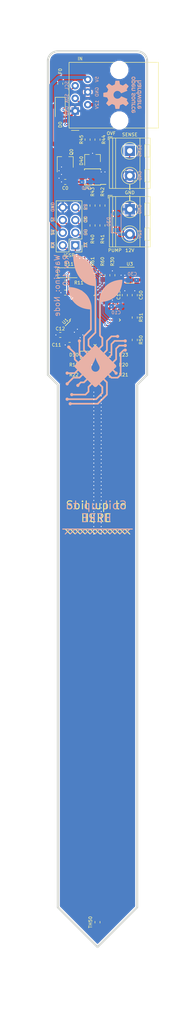
<source format=kicad_pcb>
(kicad_pcb (version 20171130) (host pcbnew 5.0.2+dfsg1-1)
  (layers (0 F.Cu signal) (31 B.Cu signal) (34 B.Paste user) (35 F.Paste user hide) (36 B.SilkS user) (37 F.SilkS user) (38 B.Mask user hide) (39 F.Mask user hide) (44 Edge.Cuts user))
  (net 0 "")
  (net 1 "Net-(J60-Pad1)")
  (net 2 GND)
  (net 3 SCL)
  (net 4 Vcc)
  (net 5 ~TEMP_EXC)
  (net 6 OVF_SENSE)
  (net 7 OVF_EN)
  (net 8 TEMP_SENSE)
  (net 9 "Net-(D40-Pad1)")
  (net 10 SCL_WIRE)
  (net 11 SDA_WIRE)
  (net 12 "Net-(D40-Pad2)")
  (net 13 "Net-(R43-Pad1)")
  (net 14 "Net-(R42-Pad1)")
  (net 15 SDA)
  (net 16 PUMP_EN)
  (net 17 "Net-(D10-Pad1)")
  (net 18 +12V)
  (net 19 "Net-(C30-Pad2)")
  (net 20 LED_EN)
  (net 21 MOSI)
  (net 22 MISO)
  (net 23 SCK)
  (net 24 "Net-(C10-Pad1)")
  (net 25 RST)
  (net 26 RX)
  (net 27 TX)
  (net 28 "Net-(U1-Pad32)")
  (net 29 Vin)
  (net 30 /Pump+)
  (net 31 /F_in)
  (net 32 "Net-(U1-Pad23)")
  (net 33 C_SENS_BOT)
  (net 34 "Net-(R21-Pad2)")
  (net 35 C_SENS_TOP)
  (net 36 C_SENS_TRK)
  (net 37 C_SENS_REF)
  (net 38 "Net-(R50-Pad2)")
  (net 39 "Net-(U1-Pad12)")
  (net 40 "Net-(U1-Pad14)")
  (net 41 "Net-(U1-Pad22)")
  (net 42 "Net-(U1-Pad2)")
  (net 43 "Net-(U1-Pad1)")
  (module emilibeda:OSH_7_3mm (layer B.Cu) (at -65 11.75 270)
    (fp_text reference A1 hide)
    (fp_text value ART hide)
  )
  (module emilibeda:waterino_small_12_3mm (layer B.Cu) (at -70.25 59 180)
    (fp_text reference A0 hide)
    (fp_text value ART hide)
  )
  (module Diode_SMD:D_SOD-123 (layer F.Cu) (at -75.75 47.5)
    (fp_text reference D11 (at 0 -1.75) (layer F.SilkS) (effects (font (size 0.65 0.65) (thickness 0.11))))
    (fp_text value D_RST)
    (pad 1 smd rect (at -1.65 0) (size 0.9 1.2) (layers F.Cu F.Paste F.Mask) (net 4 Vcc))
    (pad 2 smd rect (at 1.65 0) (size 0.9 1.2) (layers F.Cu F.Paste F.Mask) (net 25 RST))
  )
  (module Resistor_SMD:R_0603_1608Metric_Pad1.05x0.95mm_HandSolder (layer F.Cu) (at -76.5 49.5)
    (fp_text reference R11 (at 2.75 0) (layer F.SilkS) (effects (font (size 0.65 0.65) (thickness 0.11))))
    (fp_text value 1K)
    (pad 1 smd roundrect (at -0.875 0) (size 1.05 0.95) (layers F.Cu F.Paste F.Mask) (net 4 Vcc))
    (pad 2 smd roundrect (at 0.875 0) (size 1.05 0.95) (layers F.Cu F.Paste F.Mask) (net 25 RST))
  )
  (module Resistor_SMD:R_0603_1608Metric_Pad1.05x0.95mm_HandSolder (layer F.Cu) (at -71 48 90)
    (fp_text reference R61 (at 2.75 0 90) (layer F.SilkS) (effects (font (size 0.65 0.65) (thickness 0.11))))
    (fp_text value 1K)
    (pad 1 smd roundrect (at -0.875 0 90) (size 1.05 0.95) (layers F.Cu F.Paste F.Mask) (net 6 OVF_SENSE))
    (pad 2 smd roundrect (at 0.875 0 90) (size 1.05 0.95) (layers F.Cu F.Paste F.Mask) (net 1 "Net-(J60-Pad1)"))
  )
  (module Package_SO:TSSOP-8_3x3mm_P0.65mm (layer F.Cu) (at -71 28.25 180)
    (fp_text reference U4 (at 1.25 -2.25 180) (layer F.SilkS) (effects (font (size 0.65 0.65) (thickness 0.11))))
    (fp_text value P82B96)
    (pad 1 smd rect (at -2.15 -0.975 180) (size 1.1 0.4) (layers F.Cu F.Paste F.Mask) (net 14 "Net-(R42-Pad1)"))
    (pad 2 smd rect (at -2.15 -0.325 180) (size 1.1 0.4) (layers F.Cu F.Paste F.Mask) (net 12 "Net-(D40-Pad2)"))
    (pad 3 smd rect (at -2.15 0.325 180) (size 1.1 0.4) (layers F.Cu F.Paste F.Mask) (net 12 "Net-(D40-Pad2)"))
    (pad 4 smd rect (at -2.15 0.975 180) (size 1.1 0.4) (layers F.Cu F.Paste F.Mask) (net 2 GND))
    (pad 5 smd rect (at 2.15 0.975 180) (size 1.1 0.4) (layers F.Cu F.Paste F.Mask) (net 9 "Net-(D40-Pad1)"))
    (pad 6 smd rect (at 2.15 0.325 180) (size 1.1 0.4) (layers F.Cu F.Paste F.Mask) (net 9 "Net-(D40-Pad1)"))
    (pad 7 smd rect (at 2.15 -0.325 180) (size 1.1 0.4) (layers F.Cu F.Paste F.Mask) (net 13 "Net-(R43-Pad1)"))
    (pad 8 smd rect (at 2.15 -0.975 180) (size 1.1 0.4) (layers F.Cu F.Paste F.Mask) (net 4 Vcc))
  )
  (module Capacitor_SMD:C_0603_1608Metric_Pad1.05x0.95mm_HandSolder (layer F.Cu) (at -64.5 52 90)
    (fp_text reference C13 (at 0 -1.25 90) (layer F.SilkS) (effects (font (size 0.65 0.65) (thickness 0.11))))
    (fp_text value 100nF)
    (pad 2 smd roundrect (at 0.875 0 90) (size 1.05 0.95) (layers F.Cu F.Paste F.Mask) (net 2 GND))
    (pad 1 smd roundrect (at -0.875 0 90) (size 1.05 0.95) (layers F.Cu F.Paste F.Mask) (net 4 Vcc))
  )
  (module Capacitor_SMD:C_0603_1608Metric_Pad1.05x0.95mm_HandSolder (layer F.Cu) (at -76.5 51.5 180)
    (fp_text reference C14 (at -2.75 0 180) (layer F.SilkS) (effects (font (size 0.65 0.65) (thickness 0.11))))
    (fp_text value 100nF)
    (pad 1 smd roundrect (at -0.875 0 180) (size 1.05 0.95) (layers F.Cu F.Paste F.Mask) (net 25 RST))
    (pad 2 smd roundrect (at 0.875 0 180) (size 1.05 0.95) (layers F.Cu F.Paste F.Mask) (net 2 GND))
  )
  (module Capacitor_SMD:C_0603_1608Metric_Pad1.05x0.95mm_HandSolder (layer F.Cu) (at -62.5 52 90)
    (fp_text reference C50 (at 0 1.25 90) (layer F.SilkS) (effects (font (size 0.65 0.65) (thickness 0.11))))
    (fp_text value 100nF)
    (pad 2 smd roundrect (at 0.875 0 90) (size 1.05 0.95) (layers F.Cu F.Paste F.Mask) (net 2 GND))
    (pad 1 smd roundrect (at -0.875 0 90) (size 1.05 0.95) (layers F.Cu F.Paste F.Mask) (net 8 TEMP_SENSE))
  )
  (module Capacitor_SMD:C_0603_1608Metric_Pad1.05x0.95mm_HandSolder (layer B.Cu) (at -72.25 29.25)
    (fp_text reference C40 (at 0 1.25) (layer B.SilkS) (effects (font (size 0.65 0.65) (thickness 0.11)) (justify mirror)))
    (fp_text value 100nF)
    (pad 1 smd roundrect (at -0.875 0) (size 1.05 0.95) (layers B.Cu B.Paste B.Mask) (net 4 Vcc))
    (pad 2 smd roundrect (at 0.875 0) (size 1.05 0.95) (layers B.Cu B.Paste B.Mask) (net 2 GND))
  )
  (module Capacitor_SMD:C_0603_1608Metric_Pad1.05x0.95mm_HandSolder (layer B.Cu) (at -63 49)
    (fp_text reference C30 (at 0 -1.25) (layer B.SilkS) (effects (font (size 0.65 0.65) (thickness 0.11)) (justify mirror)))
    (fp_text value 100nF)
    (pad 2 smd roundrect (at 0.875 0) (size 1.05 0.95) (layers B.Cu B.Paste B.Mask) (net 19 "Net-(C30-Pad2)"))
    (pad 1 smd roundrect (at -0.875 0) (size 1.05 0.95) (layers B.Cu B.Paste B.Mask) (net 2 GND))
  )
  (module Capacitor_SMD:C_0603_1608Metric_Pad1.05x0.95mm_HandSolder (layer F.Cu) (at -77.5 60 180)
    (fp_text reference C12 (at 0 1.25) (layer F.SilkS) (effects (font (size 0.65 0.65) (thickness 0.11))))
    (fp_text value 100nF)
    (pad 2 smd roundrect (at 0.875 0 180) (size 1.05 0.95) (layers F.Cu F.Paste F.Mask) (net 2 GND))
    (pad 1 smd roundrect (at -0.875 0 180) (size 1.05 0.95) (layers F.Cu F.Paste F.Mask) (net 4 Vcc))
  )
  (module Capacitor_SMD:C_0603_1608Metric_Pad1.05x0.95mm_HandSolder (layer F.Cu) (at -75.625 62 180)
    (fp_text reference C11 (at 2.625 0) (layer F.SilkS) (effects (font (size 0.65 0.65) (thickness 0.11))))
    (fp_text value 100nF)
    (pad 1 smd roundrect (at -0.875 0 180) (size 1.05 0.95) (layers F.Cu F.Paste F.Mask) (net 4 Vcc))
    (pad 2 smd roundrect (at 0.875 0 180) (size 1.05 0.95) (layers F.Cu F.Paste F.Mask) (net 2 GND))
  )
  (module Capacitor_SMD:C_0603_1608Metric_Pad1.05x0.95mm_HandSolder (layer B.Cu) (at -66.25 54.25)
    (fp_text reference C10 (at 0 1.25) (layer B.SilkS) (effects (font (size 0.65 0.65) (thickness 0.11)) (justify mirror)))
    (fp_text value 100nF)
    (pad 2 smd roundrect (at 0.875 0) (size 1.05 0.95) (layers B.Cu B.Paste B.Mask) (net 2 GND))
    (pad 1 smd roundrect (at -0.875 0) (size 1.05 0.95) (layers B.Cu B.Paste B.Mask) (net 24 "Net-(C10-Pad1)"))
  )
  (module Capacitor_SMD:C_0603_1608Metric_Pad1.05x0.95mm_HandSolder (layer F.Cu) (at -76.5 29.25 180)
    (fp_text reference C0 (at 0 -1.25) (layer F.SilkS) (effects (font (size 0.65 0.65) (thickness 0.11))))
    (fp_text value 1uF)
    (pad 1 smd roundrect (at -0.875 0 180) (size 1.05 0.95) (layers F.Cu F.Paste F.Mask) (net 4 Vcc))
    (pad 2 smd roundrect (at 0.875 0 180) (size 1.05 0.95) (layers F.Cu F.Paste F.Mask) (net 2 GND))
  )
  (module Connector_PinHeader_2.54mm:PinHeader_2x04_P2.54mm_Vertical (layer F.Cu) (at -74.46 42 180)
    (fp_text reference J10 hide)
    (fp_text value ICSP (at 1.25 -2) (layer F.SilkS) (effects (font (size 0.65 0.65) (thickness 0.11))))
    (pad 1 thru_hole rect (at 0 0 180) (size 1.7 1.7) (drill 1) (layers *.Cu *.Mask) (net 27 TX))
    (pad 2 thru_hole oval (at 2.54 0 180) (size 1.7 1.7) (drill 1) (layers *.Cu *.Mask) (net 26 RX))
    (pad 3 thru_hole oval (at 0 2.54 180) (size 1.7 1.7) (drill 1) (layers *.Cu *.Mask) (net 22 MISO))
    (pad 4 thru_hole oval (at 2.54 2.54 180) (size 1.7 1.7) (drill 1) (layers *.Cu *.Mask) (net 29 Vin))
    (pad 5 thru_hole oval (at 0 5.08 180) (size 1.7 1.7) (drill 1) (layers *.Cu *.Mask) (net 23 SCK))
    (pad 6 thru_hole oval (at 2.54 5.08 180) (size 1.7 1.7) (drill 1) (layers *.Cu *.Mask) (net 21 MOSI))
    (pad 7 thru_hole oval (at 0 7.62 180) (size 1.7 1.7) (drill 1) (layers *.Cu *.Mask) (net 25 RST))
    (pad 8 thru_hole oval (at 2.54 7.62 180) (size 1.7 1.7) (drill 1) (layers *.Cu *.Mask) (net 2 GND))
  )
  (module Connector_RJ:RJ12_Amphenol_54601 (layer F.Cu) (at -74.5 15 90)
    (fp_text reference J1 hide)
    (fp_text value IN (at 10.5 1 180) (layer F.SilkS) (effects (font (size 0.65 0.65) (thickness 0.11))))
    (pad 1 thru_hole rect (at 0 0 90) (size 1.52 1.52) (drill 0.76) (layers *.Cu *.Mask) (net 2 GND))
    (pad "" np_thru_hole circle (at -1.91 8.89 90) (size 3.25 3.25) (drill 3.25) (layers *.Cu *.Mask))
    (pad 2 thru_hole circle (at 1.27 2.54 90) (size 1.52 1.52) (drill 0.76) (layers *.Cu *.Mask) (net 18 +12V))
    (pad 3 thru_hole circle (at 2.54 0 90) (size 1.52 1.52) (drill 0.76) (layers *.Cu *.Mask) (net 11 SDA_WIRE))
    (pad 4 thru_hole circle (at 3.81 2.54 90) (size 1.52 1.52) (drill 0.76) (layers *.Cu *.Mask) (net 2 GND))
    (pad 5 thru_hole circle (at 5.08 0 90) (size 1.52 1.52) (drill 0.76) (layers *.Cu *.Mask) (net 10 SCL_WIRE))
    (pad 6 thru_hole circle (at 6.35 2.54 90) (size 1.52 1.52) (drill 0.76) (layers *.Cu *.Mask) (net 29 Vin))
    (pad "" np_thru_hole circle (at 8.25 8.89 90) (size 3.25 3.25) (drill 3.25) (layers *.Cu *.Mask))
  )
  (module Diode_SMD:D_SOD-123 (layer F.Cu) (at -77.5 14.5 270)
    (fp_text reference D0 (at 3.25 0 270) (layer F.SilkS) (effects (font (size 0.65 0.65) (thickness 0.11))))
    (fp_text value BZT52C5V6)
    (pad 2 smd rect (at 1.65 0 270) (size 0.9 1.2) (layers F.Cu F.Paste F.Mask) (net 2 GND))
    (pad 1 smd rect (at -1.65 0 270) (size 0.9 1.2) (layers F.Cu F.Paste F.Mask) (net 31 /F_in))
  )
  (module Diode_SMD:D_SOD-123 (layer B.Cu) (at -66.25 37.25 90)
    (fp_text reference D30 (at 0 -1.5 90) (layer B.SilkS) (effects (font (size 0.65 0.65) (thickness 0.11)) (justify mirror)))
    (fp_text value D_FLYBACK)
    (pad 1 smd rect (at -1.65 0 90) (size 0.9 1.2) (layers B.Cu B.Paste B.Mask) (net 30 /Pump+))
    (pad 2 smd rect (at 1.65 0 90) (size 0.9 1.2) (layers B.Cu B.Paste B.Mask) (net 2 GND))
  )
  (module Fuse:Fuse_0603_1608Metric_Pad1.05x0.95mm_HandSolder (layer F.Cu) (at -77.5 9.5 270)
    (fp_text reference F0 (at -2.5 0 270) (layer F.SilkS) (effects (font (size 0.65 0.65) (thickness 0.11))))
    (fp_text value Fuse_Small)
    (pad 1 smd roundrect (at -0.875 0 270) (size 1.05 0.95) (layers F.Cu F.Paste F.Mask) (net 29 Vin))
    (pad 2 smd roundrect (at 0.875 0 270) (size 1.05 0.95) (layers F.Cu F.Paste F.Mask) (net 31 /F_in))
  )
  (module LED_SMD:LED_0603_1608Metric (layer F.Cu) (at -72 64)
    (fp_text reference D10 (at -2.75 0) (layer F.SilkS) (effects (font (size 0.65 0.65) (thickness 0.11))))
    (fp_text value LED)
    (pad 1 smd roundrect (at -0.7875 0) (size 0.875 0.95) (layers F.Cu F.Paste F.Mask) (net 17 "Net-(D10-Pad1)"))
    (pad 2 smd roundrect (at 0.7875 0) (size 0.875 0.95) (layers F.Cu F.Paste F.Mask) (net 20 LED_EN))
  )
  (module Package_QFP:TQFP-32_7x7mm_P0.8mm (layer F.Cu) (at -70.5 57 45)
    (fp_text reference U1 (at -4.419417 -4.065864 225) (layer F.SilkS) (effects (font (size 0.65 0.65) (thickness 0.11))))
    (fp_text value ATmega328P-AU)
    (pad 1 smd rect (at -4.25 -2.8 45) (size 1.6 0.55) (layers F.Cu F.Paste F.Mask) (net 43 "Net-(U1-Pad1)"))
    (pad 2 smd rect (at -4.25 -2 45) (size 1.6 0.55) (layers F.Cu F.Paste F.Mask) (net 42 "Net-(U1-Pad2)"))
    (pad 3 smd rect (at -4.25 -1.2 45) (size 1.6 0.55) (layers F.Cu F.Paste F.Mask) (net 2 GND))
    (pad 4 smd rect (at -4.25 -0.4 45) (size 1.6 0.55) (layers F.Cu F.Paste F.Mask) (net 4 Vcc))
    (pad 5 smd rect (at -4.25 0.4 45) (size 1.6 0.55) (layers F.Cu F.Paste F.Mask) (net 2 GND))
    (pad 6 smd rect (at -4.25 1.2 45) (size 1.6 0.55) (layers F.Cu F.Paste F.Mask) (net 4 Vcc))
    (pad 7 smd rect (at -4.25 2 45) (size 1.6 0.55) (layers F.Cu F.Paste F.Mask) (net 33 C_SENS_BOT))
    (pad 8 smd rect (at -4.25 2.8 45) (size 1.6 0.55) (layers F.Cu F.Paste F.Mask) (net 35 C_SENS_TOP))
    (pad 9 smd rect (at -2.8 4.25 135) (size 1.6 0.55) (layers F.Cu F.Paste F.Mask) (net 20 LED_EN))
    (pad 10 smd rect (at -2 4.25 135) (size 1.6 0.55) (layers F.Cu F.Paste F.Mask) (net 37 C_SENS_REF))
    (pad 11 smd rect (at -1.2 4.25 135) (size 1.6 0.55) (layers F.Cu F.Paste F.Mask) (net 36 C_SENS_TRK))
    (pad 12 smd rect (at -0.4 4.25 135) (size 1.6 0.55) (layers F.Cu F.Paste F.Mask) (net 39 "Net-(U1-Pad12)"))
    (pad 13 smd rect (at 0.4 4.25 135) (size 1.6 0.55) (layers F.Cu F.Paste F.Mask) (net 5 ~TEMP_EXC))
    (pad 14 smd rect (at 1.2 4.25 135) (size 1.6 0.55) (layers F.Cu F.Paste F.Mask) (net 40 "Net-(U1-Pad14)"))
    (pad 15 smd rect (at 2 4.25 135) (size 1.6 0.55) (layers F.Cu F.Paste F.Mask) (net 21 MOSI))
    (pad 16 smd rect (at 2.8 4.25 135) (size 1.6 0.55) (layers F.Cu F.Paste F.Mask) (net 22 MISO))
    (pad 17 smd rect (at 4.25 2.8 45) (size 1.6 0.55) (layers F.Cu F.Paste F.Mask) (net 23 SCK))
    (pad 18 smd rect (at 4.25 2 45) (size 1.6 0.55) (layers F.Cu F.Paste F.Mask) (net 4 Vcc))
    (pad 19 smd rect (at 4.25 1.2 45) (size 1.6 0.55) (layers F.Cu F.Paste F.Mask) (net 8 TEMP_SENSE))
    (pad 20 smd rect (at 4.25 0.4 45) (size 1.6 0.55) (layers F.Cu F.Paste F.Mask) (net 24 "Net-(C10-Pad1)"))
    (pad 21 smd rect (at 4.25 -0.4 45) (size 1.6 0.55) (layers F.Cu F.Paste F.Mask) (net 2 GND))
    (pad 22 smd rect (at 4.25 -1.2 45) (size 1.6 0.55) (layers F.Cu F.Paste F.Mask) (net 41 "Net-(U1-Pad22)"))
    (pad 23 smd rect (at 4.25 -2 45) (size 1.6 0.55) (layers F.Cu F.Paste F.Mask) (net 32 "Net-(U1-Pad23)"))
    (pad 24 smd rect (at 4.25 -2.8 45) (size 1.6 0.55) (layers F.Cu F.Paste F.Mask) (net 16 PUMP_EN))
    (pad 25 smd rect (at 2.8 -4.25 135) (size 1.6 0.55) (layers F.Cu F.Paste F.Mask) (net 7 OVF_EN))
    (pad 26 smd rect (at 2 -4.25 135) (size 1.6 0.55) (layers F.Cu F.Paste F.Mask) (net 6 OVF_SENSE))
    (pad 27 smd rect (at 1.2 -4.25 135) (size 1.6 0.55) (layers F.Cu F.Paste F.Mask) (net 15 SDA))
    (pad 28 smd rect (at 0.4 -4.25 135) (size 1.6 0.55) (layers F.Cu F.Paste F.Mask) (net 3 SCL))
    (pad 29 smd rect (at -0.4 -4.25 135) (size 1.6 0.55) (layers F.Cu F.Paste F.Mask) (net 25 RST))
    (pad 30 smd rect (at -1.2 -4.25 135) (size 1.6 0.55) (layers F.Cu F.Paste F.Mask) (net 26 RX))
    (pad 31 smd rect (at -2 -4.25 135) (size 1.6 0.55) (layers F.Cu F.Paste F.Mask) (net 27 TX))
    (pad 32 smd rect (at -2.8 -4.25 135) (size 1.6 0.55) (layers F.Cu F.Paste F.Mask) (net 28 "Net-(U1-Pad32)"))
  )
  (module Package_TO_SOT_SMD:SOT-23 (layer F.Cu) (at -71 24.5 90)
    (fp_text reference D40 (at -0.5 -2.25 90) (layer F.SilkS) (effects (font (size 0.65 0.65) (thickness 0.11))))
    (fp_text value BAT54A)
    (pad 1 smd rect (at -1 -0.95 90) (size 0.9 0.8) (layers F.Cu F.Paste F.Mask) (net 9 "Net-(D40-Pad1)"))
    (pad 2 smd rect (at -1 0.95 90) (size 0.9 0.8) (layers F.Cu F.Paste F.Mask) (net 12 "Net-(D40-Pad2)"))
    (pad 3 smd rect (at 1 0 90) (size 0.9 0.8) (layers F.Cu F.Paste F.Mask) (net 2 GND))
  )
  (module Package_TO_SOT_SMD:SOT-23-6_Handsoldering (layer F.Cu) (at -63.5 48)
    (fp_text reference U3 (at 0 -2.25 180) (layer F.SilkS) (effects (font (size 0.65 0.65) (thickness 0.11))))
    (fp_text value TPS22810)
    (pad 1 smd rect (at -1.35 -0.95) (size 1.56 0.65) (layers F.Cu F.Paste F.Mask) (net 18 +12V))
    (pad 2 smd rect (at -1.35 0) (size 1.56 0.65) (layers F.Cu F.Paste F.Mask) (net 2 GND))
    (pad 3 smd rect (at -1.35 0.95) (size 1.56 0.65) (layers F.Cu F.Paste F.Mask) (net 16 PUMP_EN))
    (pad 4 smd rect (at 1.35 0.95) (size 1.56 0.65) (layers F.Cu F.Paste F.Mask) (net 19 "Net-(C30-Pad2)"))
    (pad 6 smd rect (at 1.35 -0.95) (size 1.56 0.65) (layers F.Cu F.Paste F.Mask) (net 30 /Pump+))
    (pad 5 smd rect (at 1.35 0) (size 1.56 0.65) (layers F.Cu F.Paste F.Mask) (net 30 /Pump+))
  )
  (module Package_TO_SOT_SMD:SOT-23W_Handsoldering (layer F.Cu) (at -76.5 25.25 90)
    (fp_text reference Q0 (at 2 1.25 90) (layer F.SilkS) (effects (font (size 0.65 0.65) (thickness 0.11))))
    (fp_text value SI2323DS)
    (pad 1 smd rect (at -1.7 -0.95 90) (size 2 0.7) (layers F.Cu F.Paste F.Mask) (net 2 GND))
    (pad 2 smd rect (at -1.7 0.95 90) (size 2 0.7) (layers F.Cu F.Paste F.Mask) (net 4 Vcc))
    (pad 3 smd rect (at 1.7 0 90) (size 2 0.7) (layers F.Cu F.Paste F.Mask) (net 31 /F_in))
  )
  (module Resistor_SMD:R_0603_1608Metric_Pad1.05x0.95mm_HandSolder (layer F.Cu) (at -67.5 66)
    (fp_text reference R20 (at 2.75 0) (layer F.SilkS) (effects (font (size 0.65 0.65) (thickness 0.11))))
    (fp_text value 1K)
    (pad 1 smd roundrect (at -0.875 0) (size 1.05 0.95) (layers F.Cu F.Paste F.Mask) (net 35 C_SENS_TOP))
    (pad 2 smd roundrect (at 0.875 0) (size 1.05 0.95) (layers F.Cu F.Paste F.Mask) (net 37 C_SENS_REF))
  )
  (module Resistor_SMD:R_0603_1608Metric_Pad1.05x0.95mm_HandSolder (layer F.Cu) (at -72 66)
    (fp_text reference R12 (at -2.75 0) (layer F.SilkS) (effects (font (size 0.65 0.65) (thickness 0.11))))
    (fp_text value 1K)
    (pad 2 smd roundrect (at 0.875 0) (size 1.05 0.95) (layers F.Cu F.Paste F.Mask) (net 2 GND))
    (pad 1 smd roundrect (at -0.875 0) (size 1.05 0.95) (layers F.Cu F.Paste F.Mask) (net 17 "Net-(D10-Pad1)"))
  )
  (module Resistor_SMD:R_0603_1608Metric_Pad1.05x0.95mm_HandSolder (layer F.Cu) (at -67.5 64)
    (fp_text reference R23 (at 2.75 0) (layer F.SilkS) (effects (font (size 0.65 0.65) (thickness 0.11))))
    (fp_text value 100K)
    (pad 1 smd roundrect (at -0.875 0) (size 1.05 0.95) (layers F.Cu F.Paste F.Mask) (net 35 C_SENS_TOP))
    (pad 2 smd roundrect (at 0.875 0) (size 1.05 0.95) (layers F.Cu F.Paste F.Mask) (net 36 C_SENS_TRK))
  )
  (module Resistor_SMD:R_0603_1608Metric_Pad1.05x0.95mm_HandSolder (layer F.Cu) (at -67 48 90)
    (fp_text reference R30 (at 2.75 0 90) (layer F.SilkS) (effects (font (size 0.65 0.65) (thickness 0.11))))
    (fp_text value 100K)
    (pad 1 smd roundrect (at -0.875 0 90) (size 1.05 0.95) (layers F.Cu F.Paste F.Mask) (net 16 PUMP_EN))
    (pad 2 smd roundrect (at 0.875 0 90) (size 1.05 0.95) (layers F.Cu F.Paste F.Mask) (net 2 GND))
  )
  (module Resistor_SMD:R_0603_1608Metric_Pad1.05x0.95mm_HandSolder (layer F.Cu) (at -67.5 68 180)
    (fp_text reference R21 (at -2.75 0 180) (layer F.SilkS) (effects (font (size 0.65 0.65) (thickness 0.11))))
    (fp_text value 1K)
    (pad 1 smd roundrect (at -0.875 0 180) (size 1.05 0.95) (layers F.Cu F.Paste F.Mask) (net 37 C_SENS_REF))
    (pad 2 smd roundrect (at 0.875 0 180) (size 1.05 0.95) (layers F.Cu F.Paste F.Mask) (net 34 "Net-(R21-Pad2)"))
  )
  (module Resistor_SMD:R_0603_1608Metric_Pad1.05x0.95mm_HandSolder (layer F.Cu) (at -69 38 270)
    (fp_text reference R41 (at 2.75 0 270) (layer F.SilkS) (effects (font (size 0.65 0.65) (thickness 0.11))))
    (fp_text value 10K)
    (pad 2 smd roundrect (at 0.875 0 270) (size 1.05 0.95) (layers F.Cu F.Paste F.Mask) (net 4 Vcc))
    (pad 1 smd roundrect (at -0.875 0 270) (size 1.05 0.95) (layers F.Cu F.Paste F.Mask) (net 15 SDA))
  )
  (module Resistor_SMD:R_0603_1608Metric_Pad1.05x0.95mm_HandSolder (layer F.Cu) (at -69 34 270)
    (fp_text reference R42 (at -2.75 0 270) (layer F.SilkS) (effects (font (size 0.65 0.65) (thickness 0.11))))
    (fp_text value 1K)
    (pad 1 smd roundrect (at -0.875 0 270) (size 1.05 0.95) (layers F.Cu F.Paste F.Mask) (net 14 "Net-(R42-Pad1)"))
    (pad 2 smd roundrect (at 0.875 0 270) (size 1.05 0.95) (layers F.Cu F.Paste F.Mask) (net 15 SDA))
  )
  (module Resistor_SMD:R_0603_1608Metric_Pad1.05x0.95mm_HandSolder (layer F.Cu) (at -71 34 270)
    (fp_text reference R43 (at -2.75 0 90) (layer F.SilkS) (effects (font (size 0.65 0.65) (thickness 0.11))))
    (fp_text value 1K)
    (pad 2 smd roundrect (at 0.875 0 270) (size 1.05 0.95) (layers F.Cu F.Paste F.Mask) (net 3 SCL))
    (pad 1 smd roundrect (at -0.875 0 270) (size 1.05 0.95) (layers F.Cu F.Paste F.Mask) (net 13 "Net-(R43-Pad1)"))
  )
  (module Resistor_SMD:R_0603_1608Metric_Pad1.05x0.95mm_HandSolder (layer F.Cu) (at -70 20.75 270)
    (fp_text reference R44 (at 0 -1.25 270) (layer F.SilkS) (effects (font (size 0.65 0.65) (thickness 0.11))))
    (fp_text value TBD)
    (pad 1 smd roundrect (at -0.875 0 270) (size 1.05 0.95) (layers F.Cu F.Paste F.Mask) (net 11 SDA_WIRE))
    (pad 2 smd roundrect (at 0.875 0 270) (size 1.05 0.95) (layers F.Cu F.Paste F.Mask) (net 12 "Net-(D40-Pad2)"))
  )
  (module Resistor_SMD:R_0603_1608Metric_Pad1.05x0.95mm_HandSolder (layer F.Cu) (at -72 20.75 270)
    (fp_text reference R45 (at 0 1.25 270) (layer F.SilkS) (effects (font (size 0.65 0.65) (thickness 0.11))))
    (fp_text value TBD)
    (pad 2 smd roundrect (at 0.875 0 270) (size 1.05 0.95) (layers F.Cu F.Paste F.Mask) (net 9 "Net-(D40-Pad1)"))
    (pad 1 smd roundrect (at -0.875 0 270) (size 1.05 0.95) (layers F.Cu F.Paste F.Mask) (net 10 SCL_WIRE))
  )
  (module Resistor_SMD:R_0603_1608Metric_Pad1.05x0.95mm_HandSolder (layer F.Cu) (at -62.5 61 90)
    (fp_text reference R50 (at 0 1.25 90) (layer F.SilkS) (effects (font (size 0.65 0.65) (thickness 0.11))))
    (fp_text value 10K)
    (pad 1 smd roundrect (at -0.875 0 90) (size 1.05 0.95) (layers F.Cu F.Paste F.Mask) (net 4 Vcc))
    (pad 2 smd roundrect (at 0.875 0 90) (size 1.05 0.95) (layers F.Cu F.Paste F.Mask) (net 38 "Net-(R50-Pad2)"))
  )
  (module Resistor_SMD:R_0603_1608Metric_Pad1.05x0.95mm_HandSolder (layer F.Cu) (at -62.5 56.5 270)
    (fp_text reference R51 (at 0 -1.25 270) (layer F.SilkS) (effects (font (size 0.65 0.65) (thickness 0.11))))
    (fp_text value 100K)
    (pad 2 smd roundrect (at 0.875 0 270) (size 1.05 0.95) (layers F.Cu F.Paste F.Mask) (net 38 "Net-(R50-Pad2)"))
    (pad 1 smd roundrect (at -0.875 0 270) (size 1.05 0.95) (layers F.Cu F.Paste F.Mask) (net 8 TEMP_SENSE))
  )
  (module Resistor_SMD:R_0603_1608Metric_Pad1.05x0.95mm_HandSolder (layer F.Cu) (at -69 48 90)
    (fp_text reference R60 (at 2.75 0 90) (layer F.SilkS) (effects (font (size 0.65 0.65) (thickness 0.11))))
    (fp_text value 51K)
    (pad 1 smd roundrect (at -0.875 0 90) (size 1.05 0.95) (layers F.Cu F.Paste F.Mask) (net 7 OVF_EN))
    (pad 2 smd roundrect (at 0.875 0 90) (size 1.05 0.95) (layers F.Cu F.Paste F.Mask) (net 1 "Net-(J60-Pad1)"))
  )
  (module Resistor_SMD:R_0603_1608Metric_Pad1.05x0.95mm_HandSolder (layer F.Cu) (at -70 178 90)
    (fp_text reference TH50 (at 0 -1.43 90) (layer F.SilkS) (effects (font (size 0.65 0.65) (thickness 0.11))))
    (fp_text value "10K (4067K)")
    (pad 1 smd roundrect (at -0.875 0 90) (size 1.05 0.95) (layers F.Cu F.Paste F.Mask) (net 38 "Net-(R50-Pad2)"))
    (pad 2 smd roundrect (at 0.875 0 90) (size 1.05 0.95) (layers F.Cu F.Paste F.Mask) (net 5 ~TEMP_EXC))
  )
  (module Resistor_SMD:R_0603_1608Metric_Pad1.05x0.95mm_HandSolder (layer F.Cu) (at -72 68 180)
    (fp_text reference R22 (at 2.75 0 180) (layer F.SilkS) (effects (font (size 0.65 0.65) (thickness 0.11))))
    (fp_text value 1K)
    (pad 2 smd roundrect (at 0.875 0 180) (size 1.05 0.95) (layers F.Cu F.Paste F.Mask) (net 33 C_SENS_BOT))
    (pad 1 smd roundrect (at -0.875 0 180) (size 1.05 0.95) (layers F.Cu F.Paste F.Mask) (net 34 "Net-(R21-Pad2)"))
  )
  (module Resistor_SMD:R_0603_1608Metric_Pad1.05x0.95mm_HandSolder (layer F.Cu) (at -71 38 270)
    (fp_text reference R40 (at 2.75 0 270) (layer F.SilkS) (effects (font (size 0.65 0.65) (thickness 0.11))))
    (fp_text value 10K)
    (pad 1 smd roundrect (at -0.875 0 270) (size 1.05 0.95) (layers F.Cu F.Paste F.Mask) (net 3 SCL))
    (pad 2 smd roundrect (at 0.875 0 270) (size 1.05 0.95) (layers F.Cu F.Paste F.Mask) (net 4 Vcc))
  )
  (module TerminalBlock_RND:TerminalBlock_RND_205-00045_1x02_P5.00mm_Horizontal (layer F.Cu) (at -63.5 34.75 270)
    (fp_text reference J30 hide)
    (fp_text value PUMP (at 8.25 3) (layer F.SilkS) (effects (font (size 0.65 0.65) (thickness 0.11))))
    (pad 2 thru_hole circle (at 5 0 270) (size 2.1 2.1) (drill 1.1) (layers *.Cu *.Mask) (net 30 /Pump+))
    (pad 1 thru_hole rect (at 0 0 270) (size 2.1 2.1) (drill 1.1) (layers *.Cu *.Mask) (net 2 GND))
  )
  (module TerminalBlock_RND:TerminalBlock_RND_205-00045_1x02_P5.00mm_Horizontal (layer F.Cu) (at -63.5 23 270)
    (fp_text reference J60 hide)
    (fp_text value OVF (at -3.5 3.75) (layer F.SilkS) (effects (font (size 0.65 0.65) (thickness 0.11))))
    (pad 1 thru_hole rect (at 0 0 270) (size 2.1 2.1) (drill 1.1) (layers *.Cu *.Mask) (net 1 "Net-(J60-Pad1)"))
    (pad 2 thru_hole circle (at 5 0 270) (size 2.1 2.1) (drill 1.1) (layers *.Cu *.Mask) (net 2 GND))
  )
  (gr_text SENS (at -61.5 23 90) (layer B.SilkS) (effects (font (size 0.65 0.65) (thickness 0.11)) (justify mirror)))
  (gr_text 12V (at -61.5 39.75 90) (layer B.SilkS) (effects (font (size 0.65 0.65) (thickness 0.11)) (justify mirror)))
  (gr_text GND (at -61.468 28 90) (layer B.SilkS) (effects (font (size 0.65 0.65) (thickness 0.11)) (justify mirror)))
  (gr_text GND (at -61.5 34.75 90) (layer B.SilkS) (effects (font (size 0.65 0.65) (thickness 0.11)) (justify mirror)))
  (gr_text TX (at -72.39 41.91 90) (layer B.SilkS) (effects (font (size 0.65 0.65) (thickness 0.11)) (justify mirror)))
  (gr_text RS (at -72.39 34.29 90) (layer B.SilkS) (effects (font (size 0.65 0.65) (thickness 0.11)) (justify mirror)))
  (gr_text SI (at -78.994 36.770746 90) (layer B.SilkS) (effects (font (size 0.65 0.65) (thickness 0.11)) (justify mirror)))
  (gr_text SO (at -72.39 39.37 90) (layer B.SilkS) (effects (font (size 0.65 0.65) (thickness 0.11)) (justify mirror)))
  (gr_text CK (at -72.39 36.720096 90) (layer B.SilkS) (effects (font (size 0.65 0.65) (thickness 0.11)) (justify mirror)))
  (gr_text GND (at -78.994 34.29 90) (layer B.SilkS) (effects (font (size 0.65 0.65) (thickness 0.11)) (justify mirror)))
  (gr_text 5V (at -78.994 39.37 90) (layer B.SilkS) (effects (font (size 0.65 0.65) (thickness 0.11)) (justify mirror)))
  (gr_text "RX\n" (at -78.994 41.91 90) (layer B.SilkS) (effects (font (size 0.65 0.65) (thickness 0.11)) (justify mirror)))
  (gr_text SCL (at -76.2 9.906 90) (layer B.SilkS) (effects (font (size 0.65 0.65) (thickness 0.11)) (justify mirror)))
  (gr_text SDA (at -76.2 12.446 90) (layer B.SilkS) (effects (font (size 0.65 0.65) (thickness 0.11)) (justify mirror)))
  (gr_text GND (at -76.2 14.986 90) (layer B.SilkS) (effects (font (size 0.65 0.65) (thickness 0.11)) (justify mirror)))
  (gr_text 12V (at -70.104 13.716 90) (layer B.SilkS) (effects (font (size 0.65 0.65) (thickness 0.11)) (justify mirror)))
  (gr_text GND (at -70.104 11.176 90) (layer B.SilkS) (effects (font (size 0.65 0.65) (thickness 0.11)) (justify mirror)))
  (gr_text 5V (at -70.104 8.636 90) (layer B.SilkS) (effects (font (size 0.65 0.65) (thickness 0.11)) (justify mirror)))
  (gr_text "Soil up to\nHERE" (at -70.25 95.5) (layer B.SilkS) (effects (font (size 1.6 1.6) (thickness 0.2)) (justify mirror)))
  (gr_text "Soil up to\nHERE" (at -70.25 95.5) (layer F.SilkS) (effects (font (size 1.6 1.6) (thickness 0.2))))
  (gr_line (start -63.5 99) (end -64.5 100) (layer B.SilkS) (width 0.2))
  (gr_line (start -64.5 99) (end -65.5 100) (layer B.SilkS) (width 0.2))
  (gr_line (start -65.5 99) (end -66.5 100) (layer B.SilkS) (width 0.2))
  (gr_line (start -66.5 99) (end -67.5 100) (layer B.SilkS) (width 0.2))
  (gr_line (start -67.5 99) (end -68.5 100) (layer B.SilkS) (width 0.2))
  (gr_line (start -68.5 99) (end -69.5 100) (layer B.SilkS) (width 0.2))
  (gr_line (start -69.5 99) (end -70.5 100) (layer B.SilkS) (width 0.2))
  (gr_line (start -70.5 99) (end -71.5 100) (layer B.SilkS) (width 0.2))
  (gr_line (start -71.5 99) (end -72.5 100) (layer B.SilkS) (width 0.2))
  (gr_line (start -77 99) (end -63 99) (layer B.SilkS) (width 0.2))
  (gr_line (start -75.5 99) (end -76.5 100) (layer B.SilkS) (width 0.2))
  (gr_line (start -74.5 99) (end -75.5 100) (layer B.SilkS) (width 0.2))
  (gr_line (start -73.5 99) (end -74.5 100) (layer B.SilkS) (width 0.2))
  (gr_line (start -72.5 99) (end -73.5 100) (layer B.SilkS) (width 0.2))
  (gr_line (start -63.5 32) (end -63.5 33) (layer F.SilkS) (width 0.2))
  (gr_line (start -63.5 29.75) (end -63.5 30.8) (layer F.SilkS) (width 0.2))
  (gr_text SENSE (at -63.5 19.75) (layer F.SilkS) (effects (font (size 0.65 0.65) (thickness 0.11))))
  (gr_text 12V (at -63.5 43) (layer F.SilkS) (effects (font (size 0.65 0.65) (thickness 0.11))))
  (gr_text GND (at -63.5 31.4) (layer F.SilkS) (effects (font (size 0.65 0.65) (thickness 0.11))))
  (gr_text "Waterino: Node\nRev 1.0" (at -77.25 43.75 90) (layer B.SilkS) (effects (font (size 1.1 1.1)) (justify left mirror)))
  (gr_line (start -76.5 99) (end -75.5 100) (layer F.SilkS) (width 0.2))
  (gr_line (start -75.5 99) (end -74.5 100) (layer F.SilkS) (width 0.2))
  (gr_line (start -64.5 99) (end -63.5 100) (layer F.SilkS) (width 0.2))
  (gr_line (start -65.5 99) (end -64.5 100) (layer F.SilkS) (width 0.2))
  (gr_line (start -66.5 99) (end -65.5 100) (layer F.SilkS) (width 0.2))
  (gr_line (start -67.5 99) (end -66.5 100) (layer F.SilkS) (width 0.2))
  (gr_line (start -68.5 99) (end -67.5 100) (layer F.SilkS) (width 0.2))
  (gr_line (start -69.5 99) (end -68.5 100) (layer F.SilkS) (width 0.2))
  (gr_line (start -70.5 99) (end -69.5 100) (layer F.SilkS) (width 0.2))
  (gr_line (start -71.5 99) (end -70.5 100) (layer F.SilkS) (width 0.2))
  (gr_line (start -72.5 99) (end -71.5 100) (layer F.SilkS) (width 0.2))
  (gr_line (start -73.5 99) (end -72.5 100) (layer F.SilkS) (width 0.2))
  (gr_line (start -74.5 99) (end -73.5 100) (layer F.SilkS) (width 0.2))
  (gr_line (start -62 70) (end -60 68) (layer Edge.Cuts) (width 0.4))
  (gr_line (start -62 70) (end -62 175) (layer Edge.Cuts) (width 0.4))
  (gr_line (start -70 183) (end -62 175) (layer Edge.Cuts) (width 0.4))
  (gr_line (start -78 175) (end -70 183) (layer Edge.Cuts) (width 0.4))
  (gr_line (start -78 70) (end -78 175) (layer Edge.Cuts) (width 0.4))
  (gr_line (start -80 68) (end -78 70) (layer Edge.Cuts) (width 0.4))
  (gr_text CK (at -72.39 36.83 90) (layer F.SilkS) (effects (font (size 0.65 0.65) (thickness 0.11))))
  (gr_text SO (at -72.39 39.37 90) (layer F.SilkS) (effects (font (size 0.65 0.65) (thickness 0.11))))
  (gr_text SI (at -79 36.83 90) (layer F.SilkS) (effects (font (size 0.65 0.65) (thickness 0.11))))
  (gr_text RS (at -72.39 34.29 90) (layer F.SilkS) (effects (font (size 0.65 0.65) (thickness 0.11))))
  (gr_text TX (at -72.39 41.91 90) (layer F.SilkS) (effects (font (size 0.65 0.65) (thickness 0.11))))
  (gr_text "RX\n" (at -79 42 90) (layer F.SilkS) (effects (font (size 0.65 0.65) (thickness 0.11))))
  (gr_text 5V (at -79 39.37 90) (layer F.SilkS) (effects (font (size 0.65 0.65) (thickness 0.11))))
  (gr_text GND (at -79 34.29 90) (layer F.SilkS) (effects (font (size 0.65 0.65) (thickness 0.11))))
  (gr_line (start -80 5) (end -80 68) (layer Edge.Cuts) (width 0.4))
  (gr_line (start -60 5) (end -60 68) (layer Edge.Cuts) (width 0.4))
  (gr_line (start -62 3) (end -78 3) (layer Edge.Cuts) (width 0.4))
  (gr_arc (start -78 5) (end -78 3) (angle -90) (layer Edge.Cuts) (width 0.4))
  (gr_arc (start -62 5) (end -60 5) (angle -90) (layer Edge.Cuts) (width 0.4))
  (gr_line (start -63 99) (end -77 99) (layer F.SilkS) (width 0.2))
  (via (at -74.05 58.85) (size 0.5) (drill 0.2) (layers F.Cu B.Cu) (net 2))
  (via (at -74.65 59.45) (size 0.5) (drill 0.2) (layers F.Cu B.Cu) (net 2))
  (via (at -73.5 60.55) (size 0.5) (drill 0.2) (layers F.Cu B.Cu) (net 2))
  (via (at -72.95 60) (size 0.5) (drill 0.2) (layers F.Cu B.Cu) (net 2))
  (via (at -64.5 48) (size 0.5) (drill 0.2) (layers F.Cu B.Cu) (net 2))
  (via (at -65.25 48) (size 0.5) (drill 0.2) (layers F.Cu B.Cu) (net 2))
  (via (at -69.25 27.25) (size 0.5) (drill 0.2) (layers F.Cu B.Cu) (net 2))
  (via (at -68.5 27.25) (size 0.5) (drill 0.2) (layers F.Cu B.Cu) (net 2))
  (via (at -77.25 29.25) (size 0.6) (drill 0.2) (layers F.Cu B.Cu) (net 2))
  (via (at -77.25 27.75) (size 0.6) (drill 0.2) (layers F.Cu B.Cu) (net 2))
  (via (at -77.75 27) (size 0.6) (drill 0.2) (layers F.Cu B.Cu) (net 2))
  (via (at -77.25 26.25) (size 0.6) (drill 0.2) (layers F.Cu B.Cu) (net 2))
  (segment (start -67 27.68) (end -67 45.125) (width 0.2) (layer F.Cu) (net 1))
  (segment (start -63.5 23) (end -63.5 24.18) (width 0.2) (layer F.Cu) (net 1))
  (segment (start -63.5 24.18) (end -67 27.68) (width 0.2) (layer F.Cu) (net 1))
  (segment (start -71 47.125) (end -69 47.125) (width 0.2) (layer F.Cu) (net 1))
  (segment (start -69 47.125) (end -67 45.125) (width 0.2) (layer F.Cu) (net 1))
  (via (at -71.125 66) (size 0.6) (drill 0.2) (layers F.Cu B.Cu) (net 2))
  (via (at -62.5 51.125) (size 0.6) (drill 0.2) (layers F.Cu B.Cu) (net 2))
  (via (at -67 47.125) (size 0.6) (drill 0.2) (layers F.Cu B.Cu) (net 2))
  (via (at -71 23.5) (size 0.6) (drill 0.2) (layers F.Cu B.Cu) (net 2))
  (via (at -76.5 62) (size 0.6) (drill 0.2) (layers F.Cu B.Cu) (net 2))
  (via (at -78.375 60) (size 0.6) (drill 0.2) (layers F.Cu B.Cu) (net 2))
  (via (at -77.375 51.5) (size 0.6) (drill 0.2) (layers F.Cu B.Cu) (net 2))
  (via (at -64.5 51.125) (size 0.6) (drill 0.2) (layers F.Cu B.Cu) (net 2))
  (segment (start -77.5 16.15) (end -75.508796 16.15) (width 0.4) (layer F.Cu) (net 2))
  (segment (start -74.5 15.141204) (end -74.5 15) (width 0.4) (layer F.Cu) (net 2))
  (segment (start -75.508796 16.15) (end -74.5 15.141204) (width 0.4) (layer F.Cu) (net 2))
  (segment (start -67.777639 53.711953) (end -67.711953 53.711953) (width 0.4) (layer F.Cu) (net 2))
  (via (at -67 53) (size 0.6) (drill 0.2) (layers F.Cu B.Cu) (net 2))
  (segment (start -67.711953 53.711953) (end -67 53) (width 0.4) (layer F.Cu) (net 2))
  (via (at -70.75 71.5) (size 0.6) (drill 0.2) (layers F.Cu B.Cu) (net 2))
  (via (at -70.75 72.25) (size 0.6) (drill 0.2) (layers F.Cu B.Cu) (net 2))
  (via (at -70.75 73) (size 0.6) (drill 0.2) (layers F.Cu B.Cu) (net 2))
  (via (at -70.75 73.75) (size 0.6) (drill 0.2) (layers F.Cu B.Cu) (net 2))
  (via (at -70.75 75.25) (size 0.6) (drill 0.2) (layers F.Cu B.Cu) (net 2))
  (via (at -70.75 76) (size 0.6) (drill 0.2) (layers F.Cu B.Cu) (net 2))
  (via (at -70.75 74.5) (size 0.6) (drill 0.2) (layers F.Cu B.Cu) (net 2))
  (via (at -70.75 76.75) (size 0.6) (drill 0.2) (layers F.Cu B.Cu) (net 2))
  (via (at -70.75 78.25) (size 0.6) (drill 0.2) (layers F.Cu B.Cu) (net 2))
  (via (at -70.75 82) (size 0.6) (drill 0.2) (layers F.Cu B.Cu) (net 2))
  (via (at -70.75 79) (size 0.6) (drill 0.2) (layers F.Cu B.Cu) (net 2))
  (via (at -70.75 82.75) (size 0.6) (drill 0.2) (layers F.Cu B.Cu) (net 2))
  (via (at -70.75 81.25) (size 0.6) (drill 0.2) (layers F.Cu B.Cu) (net 2))
  (via (at -70.75 80.5) (size 0.6) (drill 0.2) (layers F.Cu B.Cu) (net 2))
  (via (at -70.75 77.5) (size 0.6) (drill 0.2) (layers F.Cu B.Cu) (net 2))
  (via (at -70.75 79.75) (size 0.6) (drill 0.2) (layers F.Cu B.Cu) (net 2))
  (via (at -70.75 91) (size 0.6) (drill 0.2) (layers F.Cu B.Cu) (net 2))
  (via (at -70.75 84.25) (size 0.6) (drill 0.2) (layers F.Cu B.Cu) (net 2))
  (via (at -70.75 88) (size 0.6) (drill 0.2) (layers F.Cu B.Cu) (net 2))
  (via (at -70.75 92.5) (size 0.6) (drill 0.2) (layers F.Cu B.Cu) (net 2))
  (via (at -70.75 94.75) (size 0.6) (drill 0.2) (layers F.Cu B.Cu) (net 2))
  (via (at -70.75 85) (size 0.6) (drill 0.2) (layers F.Cu B.Cu) (net 2))
  (via (at -70.75 90.25) (size 0.6) (drill 0.2) (layers F.Cu B.Cu) (net 2))
  (via (at -70.75 93.25) (size 0.6) (drill 0.2) (layers F.Cu B.Cu) (net 2))
  (via (at -70.75 88.75) (size 0.6) (drill 0.2) (layers F.Cu B.Cu) (net 2))
  (via (at -70.75 94) (size 0.6) (drill 0.2) (layers F.Cu B.Cu) (net 2))
  (via (at -70.75 87.25) (size 0.6) (drill 0.2) (layers F.Cu B.Cu) (net 2))
  (via (at -70.75 86.5) (size 0.6) (drill 0.2) (layers F.Cu B.Cu) (net 2))
  (via (at -70.75 91.75) (size 0.6) (drill 0.2) (layers F.Cu B.Cu) (net 2))
  (via (at -70.75 89.5) (size 0.6) (drill 0.2) (layers F.Cu B.Cu) (net 2))
  (via (at -70.75 83.5) (size 0.6) (drill 0.2) (layers F.Cu B.Cu) (net 2))
  (via (at -70.75 85.75) (size 0.6) (drill 0.2) (layers F.Cu B.Cu) (net 2))
  (via (at -70.75 97) (size 0.6) (drill 0.2) (layers F.Cu B.Cu) (net 2))
  (via (at -70.75 98.5) (size 0.6) (drill 0.2) (layers F.Cu B.Cu) (net 2))
  (via (at -70.75 95.5) (size 0.6) (drill 0.2) (layers F.Cu B.Cu) (net 2))
  (via (at -70.75 97.75) (size 0.6) (drill 0.2) (layers F.Cu B.Cu) (net 2))
  (via (at -70.75 96.25) (size 0.6) (drill 0.2) (layers F.Cu B.Cu) (net 2))
  (via (at -70.75 99.25) (size 0.6) (drill 0.2) (layers F.Cu B.Cu) (net 2))
  (via (at -70.75 100) (size 0.6) (drill 0.2) (layers F.Cu B.Cu) (net 2))
  (via (at -69.25 79) (size 0.6) (drill 0.2) (layers F.Cu B.Cu) (net 2))
  (via (at -69.25 95.5) (size 0.6) (drill 0.2) (layers F.Cu B.Cu) (net 2))
  (via (at -69.25 83.5) (size 0.6) (drill 0.2) (layers F.Cu B.Cu) (net 2))
  (via (at -69.25 72.25) (size 0.6) (drill 0.2) (layers F.Cu B.Cu) (net 2))
  (via (at -69.25 97.75) (size 0.6) (drill 0.2) (layers F.Cu B.Cu) (net 2))
  (via (at -69.25 93.25) (size 0.6) (drill 0.2) (layers F.Cu B.Cu) (net 2))
  (via (at -69.25 87.25) (size 0.6) (drill 0.2) (layers F.Cu B.Cu) (net 2))
  (via (at -69.25 100) (size 0.6) (drill 0.2) (layers F.Cu B.Cu) (net 2))
  (via (at -69.25 76) (size 0.6) (drill 0.2) (layers F.Cu B.Cu) (net 2))
  (via (at -69.25 94.75) (size 0.6) (drill 0.2) (layers F.Cu B.Cu) (net 2))
  (via (at -69.25 80.5) (size 0.6) (drill 0.2) (layers F.Cu B.Cu) (net 2))
  (via (at -69.25 82.75) (size 0.6) (drill 0.2) (layers F.Cu B.Cu) (net 2))
  (via (at -69.25 98.5) (size 0.6) (drill 0.2) (layers F.Cu B.Cu) (net 2))
  (via (at -69.25 73) (size 0.6) (drill 0.2) (layers F.Cu B.Cu) (net 2))
  (via (at -69.25 78.25) (size 0.6) (drill 0.2) (layers F.Cu B.Cu) (net 2))
  (via (at -69.25 88.75) (size 0.6) (drill 0.2) (layers F.Cu B.Cu) (net 2))
  (via (at -69.25 81.25) (size 0.6) (drill 0.2) (layers F.Cu B.Cu) (net 2))
  (via (at -69.25 76.75) (size 0.6) (drill 0.2) (layers F.Cu B.Cu) (net 2))
  (via (at -69.25 88) (size 0.6) (drill 0.2) (layers F.Cu B.Cu) (net 2))
  (via (at -69.25 90.25) (size 0.6) (drill 0.2) (layers F.Cu B.Cu) (net 2))
  (via (at -69.25 91.75) (size 0.6) (drill 0.2) (layers F.Cu B.Cu) (net 2))
  (via (at -69.25 82) (size 0.6) (drill 0.2) (layers F.Cu B.Cu) (net 2))
  (via (at -69.25 75.25) (size 0.6) (drill 0.2) (layers F.Cu B.Cu) (net 2))
  (via (at -69.25 91) (size 0.6) (drill 0.2) (layers F.Cu B.Cu) (net 2))
  (via (at -69.25 74.5) (size 0.6) (drill 0.2) (layers F.Cu B.Cu) (net 2))
  (via (at -69.25 84.25) (size 0.6) (drill 0.2) (layers F.Cu B.Cu) (net 2))
  (via (at -69.25 96.25) (size 0.6) (drill 0.2) (layers F.Cu B.Cu) (net 2))
  (via (at -69.25 79.75) (size 0.6) (drill 0.2) (layers F.Cu B.Cu) (net 2))
  (via (at -69.25 97) (size 0.6) (drill 0.2) (layers F.Cu B.Cu) (net 2))
  (via (at -69.25 77.5) (size 0.6) (drill 0.2) (layers F.Cu B.Cu) (net 2))
  (via (at -69.25 99.25) (size 0.6) (drill 0.2) (layers F.Cu B.Cu) (net 2))
  (via (at -69.25 89.5) (size 0.6) (drill 0.2) (layers F.Cu B.Cu) (net 2))
  (via (at -69.25 94) (size 0.6) (drill 0.2) (layers F.Cu B.Cu) (net 2))
  (via (at -69.25 92.5) (size 0.6) (drill 0.2) (layers F.Cu B.Cu) (net 2))
  (via (at -69.25 73.75) (size 0.6) (drill 0.2) (layers F.Cu B.Cu) (net 2))
  (via (at -69.25 85) (size 0.6) (drill 0.2) (layers F.Cu B.Cu) (net 2))
  (via (at -69.25 85.75) (size 0.6) (drill 0.2) (layers F.Cu B.Cu) (net 2))
  (via (at -69.25 86.5) (size 0.6) (drill 0.2) (layers F.Cu B.Cu) (net 2))
  (via (at -77.75 28.5) (size 0.6) (drill 0.2) (layers F.Cu B.Cu) (net 2))
  (segment (start -71 34.875) (end -71 37.125) (width 0.2) (layer F.Cu) (net 3))
  (segment (start -71.375 37.125) (end -71 37.125) (width 0.2) (layer F.Cu) (net 3))
  (segment (start -73.75 53.184314) (end -73.75 48.75) (width 0.2) (layer F.Cu) (net 3))
  (segment (start -73.222361 53.711953) (end -73.75 53.184314) (width 0.2) (layer F.Cu) (net 3))
  (segment (start -72.5 47.5) (end -72.5 46.25) (width 0.2) (layer F.Cu) (net 3))
  (segment (start -72 37.75) (end -71.375 37.125) (width 0.2) (layer F.Cu) (net 3))
  (segment (start -72 39.25) (end -72 37.75) (width 0.2) (layer F.Cu) (net 3))
  (segment (start -71.25 40) (end -72 39.25) (width 0.2) (layer F.Cu) (net 3))
  (segment (start -73.75 48.75) (end -72.5 47.5) (width 0.2) (layer F.Cu) (net 3))
  (segment (start -72.5 46.25) (end -71.25 45) (width 0.2) (layer F.Cu) (net 3))
  (segment (start -71.25 45) (end -71.25 40) (width 0.2) (layer F.Cu) (net 3))
  (via (at -73.15 29.295002) (size 0.6) (drill 0.2) (layers F.Cu B.Cu) (net 4))
  (segment (start -73.15 29.225) (end -73.15 29.295002) (width 0.4) (layer F.Cu) (net 4))
  (segment (start -65.444188 54.772615) (end -66.080583 55.40901) (width 0.4) (layer F.Cu) (net 4))
  (segment (start -65.075 52.875) (end -65.390001 53.190001) (width 0.4) (layer F.Cu) (net 4))
  (segment (start -65.390001 53.190001) (end -65.390001 54.718428) (width 0.4) (layer F.Cu) (net 4))
  (segment (start -65.390001 54.718428) (end -65.444188 54.772615) (width 0.4) (layer F.Cu) (net 4))
  (segment (start -64.5 52.875) (end -65.075 52.875) (width 0.4) (layer F.Cu) (net 4))
  (segment (start -66.75 178) (end -69.125 178) (width 0.2) (layer F.Cu) (net 5))
  (segment (start -69.125 178) (end -70 177.125) (width 0.2) (layer F.Cu) (net 5))
  (segment (start -63 174.25) (end -66.75 178) (width 0.2) (layer F.Cu) (net 5))
  (segment (start -63 71.5) (end -63 174.25) (width 0.2) (layer F.Cu) (net 5))
  (segment (start -63.5 71) (end -63 71.5) (width 0.2) (layer F.Cu) (net 5))
  (segment (start -67.211953 59.722361) (end -66.5 60.434314) (width 0.2) (layer F.Cu) (net 5))
  (segment (start -64.75 71) (end -63.5 71) (width 0.2) (layer F.Cu) (net 5))
  (segment (start -66.5 60.434314) (end -66.5 62) (width 0.2) (layer F.Cu) (net 5))
  (segment (start -65.25 70.5) (end -64.75 71) (width 0.2) (layer F.Cu) (net 5))
  (segment (start -65.25 63.25) (end -65.25 70.5) (width 0.2) (layer F.Cu) (net 5))
  (segment (start -66.5 62) (end -65.25 63.25) (width 0.2) (layer F.Cu) (net 5))
  (segment (start -72.375 48.875) (end -71 48.875) (width 0.2) (layer F.Cu) (net 6))
  (segment (start -72.75 49.25) (end -72.375 48.875) (width 0.2) (layer F.Cu) (net 6))
  (segment (start -72.09099 52.580583) (end -72.75 51.921573) (width 0.2) (layer F.Cu) (net 6))
  (segment (start -72.75 51.921573) (end -72.75 49.25) (width 0.2) (layer F.Cu) (net 6))
  (segment (start -69 49.7) (end -69 48.875) (width 0.2) (layer F.Cu) (net 7))
  (segment (start -71.525305 52.014897) (end -71.314897 52.014897) (width 0.2) (layer F.Cu) (net 7))
  (segment (start -71.314897 52.014897) (end -69 49.7) (width 0.2) (layer F.Cu) (net 7))
  (segment (start -62.5 55.625) (end -62.5 52.875) (width 0.2) (layer F.Cu) (net 8))
  (segment (start -63.375 52) (end -62.999072 52.375928) (width 0.2) (layer F.Cu) (net 8))
  (segment (start -65.25 52) (end -63.375 52) (width 0.2) (layer F.Cu) (net 8))
  (segment (start -62.999072 52.375928) (end -62.5 52.875) (width 0.2) (layer F.Cu) (net 8))
  (segment (start -65.920012 52.670012) (end -65.25 52) (width 0.2) (layer F.Cu) (net 8))
  (segment (start -66.646268 54.843324) (end -65.920012 54.117068) (width 0.2) (layer F.Cu) (net 8))
  (segment (start -65.920012 54.117068) (end -65.920012 52.670012) (width 0.2) (layer F.Cu) (net 8))
  (segment (start -73.15 27.925) (end -73.15 27.275) (width 0.2) (layer F.Cu) (net 9))
  (segment (start -72.775 27.275) (end -73.15 27.275) (width 0.2) (layer F.Cu) (net 9))
  (segment (start -71.95 25.5) (end -71.95 26.45) (width 0.2) (layer F.Cu) (net 9))
  (segment (start -71.95 26.45) (end -72.775 27.275) (width 0.2) (layer F.Cu) (net 9))
  (segment (start -71.95 21.675) (end -72 21.625) (width 0.2) (layer F.Cu) (net 9))
  (segment (start -71.95 25.5) (end -71.95 21.675) (width 0.2) (layer F.Cu) (net 9))
  (segment (start -74.125 17.75) (end -76.188874 17.75) (width 0.2) (layer F.Cu) (net 10))
  (segment (start -72 19.875) (end -74.125 17.75) (width 0.2) (layer F.Cu) (net 10))
  (via (at -76.5 17.75) (size 0.5) (drill 0.2) (layers F.Cu B.Cu) (net 10))
  (segment (start -76.188874 17.75) (end -76.5 17.75) (width 0.2) (layer F.Cu) (net 10))
  (segment (start -76.1 13.87) (end -76.712001 14.482001) (width 0.2) (layer F.Cu) (net 10))
  (segment (start -74.5 9.92) (end -76.1 11.52) (width 0.2) (layer F.Cu) (net 10))
  (segment (start -76.712001 14.482001) (end -76.962 14.732) (width 0.2) (layer F.Cu) (net 10))
  (segment (start -76.5 17.75) (end -76.5 15.194) (width 0.2) (layer B.Cu) (net 10))
  (segment (start -76.5 15.194) (end -76.712001 14.981999) (width 0.2) (layer B.Cu) (net 10))
  (segment (start -76.1 11.52) (end -76.1 13.87) (width 0.2) (layer F.Cu) (net 10))
  (via (at -76.962 14.732) (size 0.5) (drill 0.2) (layers F.Cu B.Cu) (net 10))
  (segment (start -76.712001 14.981999) (end -76.962 14.732) (width 0.2) (layer B.Cu) (net 10))
  (segment (start -73.194988 13.75) (end -74.484988 12.46) (width 0.2) (layer F.Cu) (net 11))
  (segment (start -73.194988 16.805012) (end -73.194988 13.75) (width 0.2) (layer F.Cu) (net 11))
  (segment (start -74.484988 12.46) (end -74.5 12.46) (width 0.2) (layer F.Cu) (net 11))
  (segment (start -70 19.875) (end -70.125 19.875) (width 0.2) (layer F.Cu) (net 11))
  (segment (start -70.125 19.875) (end -73.194988 16.805012) (width 0.2) (layer F.Cu) (net 11))
  (segment (start -68.85 28.575) (end -68.85 27.925) (width 0.2) (layer F.Cu) (net 12))
  (segment (start -70.05 27.495) (end -70.05 26.17) (width 0.2) (layer F.Cu) (net 12))
  (segment (start -69.62 27.925) (end -70.05 27.495) (width 0.2) (layer F.Cu) (net 12))
  (segment (start -70.05 26.17) (end -70.05 25.5) (width 0.2) (layer F.Cu) (net 12))
  (segment (start -68.85 27.925) (end -69.62 27.925) (width 0.2) (layer F.Cu) (net 12))
  (segment (start -70.05 21.675) (end -70 21.625) (width 0.2) (layer F.Cu) (net 12))
  (segment (start -70.05 25.5) (end -70.05 21.675) (width 0.2) (layer F.Cu) (net 12))
  (segment (start -72.38 28.575) (end -73.15 28.575) (width 0.2) (layer F.Cu) (net 13))
  (segment (start -71 29.955) (end -72.38 28.575) (width 0.2) (layer F.Cu) (net 13))
  (segment (start -71 33.125) (end -71 29.955) (width 0.2) (layer F.Cu) (net 13))
  (segment (start -69 29.375) (end -68.85 29.225) (width 0.2) (layer F.Cu) (net 14))
  (segment (start -69 33.125) (end -69 29.375) (width 0.2) (layer F.Cu) (net 14))
  (segment (start -69 37.125) (end -69 34.875) (width 0.2) (layer F.Cu) (net 15))
  (segment (start -70.75 45.308541) (end -70.75 40.25) (width 0.2) (layer F.Cu) (net 15))
  (segment (start -73.25 52.552944) (end -73.25 49) (width 0.2) (layer F.Cu) (net 15))
  (segment (start -72 47.75) (end -72 46.558541) (width 0.2) (layer F.Cu) (net 15))
  (segment (start -73.25 49) (end -72 47.75) (width 0.2) (layer F.Cu) (net 15))
  (segment (start -72 46.558541) (end -70.75 45.308541) (width 0.2) (layer F.Cu) (net 15))
  (segment (start -72.656676 53.146268) (end -73.25 52.552944) (width 0.2) (layer F.Cu) (net 15))
  (segment (start -70.75 40.25) (end -70 39.5) (width 0.2) (layer F.Cu) (net 15))
  (segment (start -70 39.5) (end -70 38.125) (width 0.2) (layer F.Cu) (net 15))
  (segment (start -70 38.125) (end -69 37.125) (width 0.2) (layer F.Cu) (net 15))
  (segment (start -64.925 48.875) (end -64.85 48.95) (width 0.2) (layer F.Cu) (net 16))
  (segment (start -67 48.875) (end -64.925 48.875) (width 0.2) (layer F.Cu) (net 16))
  (segment (start -69.474695 52.014897) (end -69.474695 51.974695) (width 0.2) (layer F.Cu) (net 16))
  (segment (start -67 49.5) (end -67 48.875) (width 0.2) (layer F.Cu) (net 16))
  (segment (start -69.474695 51.974695) (end -67 49.5) (width 0.2) (layer F.Cu) (net 16))
  (segment (start -72.7875 65.9125) (end -72.875 66) (width 0.2) (layer F.Cu) (net 17))
  (segment (start -72.7875 64) (end -72.7875 65.9125) (width 0.2) (layer F.Cu) (net 17))
  (segment (start -64.85 41.769989) (end -64.85 46.75) (width 0.7) (layer F.Cu) (net 18))
  (segment (start -65.5 41.119989) (end -64.85 41.769989) (width 0.7) (layer F.Cu) (net 18))
  (segment (start -65.5 38.5) (end -65.5 41.119989) (width 0.7) (layer F.Cu) (net 18))
  (segment (start -71.96 13.73) (end -63.27 13.73) (width 0.7) (layer F.Cu) (net 18))
  (segment (start -60.92001 36.525) (end -61.64501 37.25) (width 0.7) (layer F.Cu) (net 18))
  (segment (start -63.27 13.73) (end -60.92001 16.07999) (width 0.7) (layer F.Cu) (net 18))
  (segment (start -60.92001 16.07999) (end -60.92001 36.525) (width 0.7) (layer F.Cu) (net 18))
  (segment (start -61.64501 37.25) (end -64.25 37.25) (width 0.7) (layer F.Cu) (net 18))
  (segment (start -64.25 37.25) (end -65.5 38.5) (width 0.7) (layer F.Cu) (net 18))
  (via (at -62.15 48.95) (size 0.6) (drill 0.2) (layers F.Cu B.Cu) (net 19))
  (segment (start -69.474695 62.262195) (end -71.2125 64) (width 0.2) (layer F.Cu) (net 20))
  (segment (start -69.474695 61.985103) (end -69.474695 62.262195) (width 0.2) (layer F.Cu) (net 20))
  (segment (start -75.3 40.7) (end -73.55 40.7) (width 0.2) (layer F.Cu) (net 21))
  (segment (start -77 36.92) (end -75.75 38.17) (width 0.2) (layer F.Cu) (net 21))
  (via (at -74.2 44.199988) (size 0.5) (drill 0.2) (layers F.Cu B.Cu) (net 21))
  (segment (start -75.75 38.17) (end -75.75 40.25) (width 0.2) (layer F.Cu) (net 21))
  (segment (start -73.950001 43.949989) (end -74.2 44.199988) (width 0.2) (layer F.Cu) (net 21))
  (segment (start -73.260011 40.989989) (end -73.260011 43.259999) (width 0.2) (layer F.Cu) (net 21))
  (segment (start -73.55 40.7) (end -73.260011 40.989989) (width 0.2) (layer F.Cu) (net 21))
  (segment (start -75.75 40.25) (end -75.3 40.7) (width 0.2) (layer F.Cu) (net 21))
  (segment (start -73.260011 43.259999) (end -73.950001 43.949989) (width 0.2) (layer F.Cu) (net 21))
  (via (at -68.4 58) (size 0.5) (drill 0.2) (layers F.Cu B.Cu) (net 21))
  (segment (start -68.3 58.1) (end -68.4 58) (width 0.2) (layer F.Cu) (net 21))
  (segment (start -67.295404 58.1) (end -68.3 58.1) (width 0.2) (layer F.Cu) (net 21))
  (segment (start -67.195404 58) (end -67.295404 58.1) (width 0.2) (layer F.Cu) (net 21))
  (segment (start -66.080583 58.59099) (end -66.671573 58) (width 0.2) (layer F.Cu) (net 21))
  (segment (start -66.671573 58) (end -67.195404 58) (width 0.2) (layer F.Cu) (net 21))
  (segment (start -68.5 57.9) (end -68.4 58) (width 0.2) (layer B.Cu) (net 21))
  (segment (start -68.5 57.5) (end -68.5 57.9) (width 0.2) (layer B.Cu) (net 21))
  (segment (start -74.2 45) (end -73.6 45.6) (width 0.2) (layer B.Cu) (net 21))
  (segment (start -74.2 44.199988) (end -74.2 45) (width 0.2) (layer B.Cu) (net 21))
  (segment (start -69.7 48.7) (end -69.7 56.3) (width 0.2) (layer B.Cu) (net 21))
  (segment (start -73.6 45.6) (end -72.8 45.6) (width 0.2) (layer B.Cu) (net 21))
  (segment (start -72.8 45.6) (end -69.7 48.7) (width 0.2) (layer B.Cu) (net 21))
  (segment (start -69.7 56.3) (end -68.5 57.5) (width 0.2) (layer B.Cu) (net 21))
  (via (at -73.6 44.6) (size 0.5) (drill 0.2) (layers F.Cu B.Cu) (net 22))
  (segment (start -72.75 43.75) (end -73.350001 44.350001) (width 0.2) (layer F.Cu) (net 22))
  (segment (start -74.46 39.46) (end -74.04 39.46) (width 0.2) (layer F.Cu) (net 22))
  (segment (start -73.350001 44.350001) (end -73.6 44.6) (width 0.2) (layer F.Cu) (net 22))
  (segment (start -72.75 40.75) (end -72.75 43.75) (width 0.2) (layer F.Cu) (net 22))
  (segment (start -74.04 39.46) (end -72.75 40.75) (width 0.2) (layer F.Cu) (net 22))
  (via (at -67.9 57.5) (size 0.5) (drill 0.2) (layers F.Cu B.Cu) (net 22))
  (segment (start -67.849999 57.550001) (end -67.9 57.5) (width 0.2) (layer F.Cu) (net 22))
  (segment (start -66.836014 57.550001) (end -67.849999 57.550001) (width 0.2) (layer F.Cu) (net 22))
  (segment (start -65.514897 58.025305) (end -66.140202 57.4) (width 0.2) (layer F.Cu) (net 22))
  (segment (start -66.686013 57.4) (end -66.836014 57.550001) (width 0.2) (layer F.Cu) (net 22))
  (segment (start -66.140202 57.4) (end -66.686013 57.4) (width 0.2) (layer F.Cu) (net 22))
  (segment (start -73.6 44.953553) (end -73.353564 45.199989) (width 0.2) (layer B.Cu) (net 22))
  (segment (start -73.353564 45.199989) (end -72.600011 45.199989) (width 0.2) (layer B.Cu) (net 22))
  (segment (start -67.9 57.4) (end -67.9 57.5) (width 0.2) (layer B.Cu) (net 22))
  (segment (start -73.6 44.6) (end -73.6 44.953553) (width 0.2) (layer B.Cu) (net 22))
  (segment (start -69.3 48.5) (end -69.3 56) (width 0.2) (layer B.Cu) (net 22))
  (segment (start -72.600011 45.199989) (end -69.3 48.5) (width 0.2) (layer B.Cu) (net 22))
  (segment (start -69.3 56) (end -67.9 57.4) (width 0.2) (layer B.Cu) (net 22))
  (via (at -67.400014 57) (size 0.5) (drill 0.2) (layers F.Cu B.Cu) (net 23))
  (segment (start -66.8 57) (end -67.400014 57) (width 0.2) (layer F.Cu) (net 23))
  (segment (start -65.514897 55.974695) (end -65.774695 55.974695) (width 0.2) (layer F.Cu) (net 23))
  (segment (start -65.774695 55.974695) (end -66.8 57) (width 0.2) (layer F.Cu) (net 23))
  (segment (start -73 39.75) (end -72.280001 40.469999) (width 0.2) (layer F.Cu) (net 23))
  (segment (start -72.564838 44.39998) (end -72.814837 44.649979) (width 0.2) (layer F.Cu) (net 23))
  (segment (start -72.280001 40.469999) (end -72.280001 44.115143) (width 0.2) (layer F.Cu) (net 23))
  (segment (start -72.280001 44.115143) (end -72.564838 44.39998) (width 0.2) (layer F.Cu) (net 23))
  (via (at -72.814837 44.649979) (size 0.5) (drill 0.2) (layers F.Cu B.Cu) (net 23))
  (segment (start -73 38.38) (end -73 39.75) (width 0.2) (layer F.Cu) (net 23))
  (segment (start -74.46 36.92) (end -73 38.38) (width 0.2) (layer F.Cu) (net 23))
  (segment (start -72.550021 44.649979) (end -72.814837 44.649979) (width 0.2) (layer B.Cu) (net 23))
  (segment (start -68.9 48.3) (end -72.550021 44.649979) (width 0.2) (layer B.Cu) (net 23))
  (segment (start -68.9 55.7) (end -68.9 48.3) (width 0.2) (layer B.Cu) (net 23))
  (segment (start -67.400014 57) (end -67.6 57) (width 0.2) (layer B.Cu) (net 23))
  (segment (start -67.6 57) (end -68.9 55.7) (width 0.2) (layer B.Cu) (net 23))
  (via (at -67.211953 54.277639) (size 0.6) (drill 0.2) (layers F.Cu B.Cu) (net 24))
  (segment (start -75.625 51.5) (end -75.625 49.5) (width 0.2) (layer F.Cu) (net 25))
  (segment (start -74.1 47.975) (end -74.1 47.5) (width 0.2) (layer F.Cu) (net 25))
  (segment (start -75.625 49.5) (end -74.1 47.975) (width 0.2) (layer F.Cu) (net 25))
  (segment (start -73.610001 35.229999) (end -74.46 34.38) (width 0.2) (layer F.Cu) (net 25))
  (segment (start -71.75 40.25) (end -72.5 39.5) (width 0.2) (layer F.Cu) (net 25))
  (segment (start -71.75 44.75) (end -71.75 40.25) (width 0.2) (layer F.Cu) (net 25))
  (segment (start -73 46) (end -71.75 44.75) (width 0.2) (layer F.Cu) (net 25))
  (segment (start -73 47.25) (end -73 46) (width 0.2) (layer F.Cu) (net 25))
  (segment (start -73.25 47.5) (end -73 47.25) (width 0.2) (layer F.Cu) (net 25))
  (segment (start -72.5 36.34) (end -73.610001 35.229999) (width 0.2) (layer F.Cu) (net 25))
  (segment (start -74.1 47.5) (end -73.25 47.5) (width 0.2) (layer F.Cu) (net 25))
  (segment (start -72.5 39.5) (end -72.5 36.34) (width 0.2) (layer F.Cu) (net 25))
  (segment (start -74.75 51.5) (end -75.625 51.5) (width 0.2) (layer F.Cu) (net 25))
  (segment (start -73.788047 54.277639) (end -74.4 53.665686) (width 0.2) (layer F.Cu) (net 25))
  (segment (start -74.4 51.85) (end -74.75 51.5) (width 0.2) (layer F.Cu) (net 25))
  (segment (start -74.4 53.665686) (end -74.4 51.85) (width 0.2) (layer F.Cu) (net 25))
  (via (at -76 47.7) (size 0.5) (drill 0.2) (layers F.Cu B.Cu) (net 26))
  (segment (start -75.5 47.2) (end -76 47.7) (width 0.2) (layer F.Cu) (net 26))
  (segment (start -77 42) (end -75.5 43.5) (width 0.2) (layer F.Cu) (net 26))
  (segment (start -75.5 43.5) (end -75.5 47.2) (width 0.2) (layer F.Cu) (net 26))
  (segment (start -76 51.55) (end -75.249999 52.300001) (width 0.2) (layer B.Cu) (net 26))
  (segment (start -75 52.903553) (end -75 52.55) (width 0.2) (layer F.Cu) (net 26))
  (segment (start -75 54.197056) (end -75 52.903553) (width 0.2) (layer F.Cu) (net 26))
  (segment (start -76 47.7) (end -76 51.55) (width 0.2) (layer B.Cu) (net 26))
  (segment (start -74.353732 54.843324) (end -75 54.197056) (width 0.2) (layer F.Cu) (net 26))
  (segment (start -75.249999 52.300001) (end -75 52.55) (width 0.2) (layer B.Cu) (net 26))
  (via (at -75 52.55) (size 0.5) (drill 0.2) (layers F.Cu B.Cu) (net 26))
  (segment (start -74.46 43.07) (end -74.46 42) (width 0.2) (layer F.Cu) (net 27))
  (segment (start -75 48) (end -75 43.61) (width 0.2) (layer F.Cu) (net 27))
  (segment (start -75 43.61) (end -74.46 43.07) (width 0.2) (layer F.Cu) (net 27))
  (segment (start -75.5 48.5) (end -75 48) (width 0.2) (layer F.Cu) (net 27))
  (segment (start -74.919417 55.40901) (end -75.555812 54.772615) (width 0.2) (layer F.Cu) (net 27))
  (segment (start -76.5 48.9) (end -76.1 48.5) (width 0.2) (layer F.Cu) (net 27))
  (segment (start -75.555812 52.894188) (end -76.5 51.95) (width 0.2) (layer F.Cu) (net 27))
  (segment (start -75.555812 54.772615) (end -75.555812 52.894188) (width 0.2) (layer F.Cu) (net 27))
  (segment (start -76.5 51.95) (end -76.5 48.9) (width 0.2) (layer F.Cu) (net 27))
  (segment (start -76.1 48.5) (end -75.5 48.5) (width 0.2) (layer F.Cu) (net 27))
  (segment (start -79.35499 37.10501) (end -77 39.46) (width 0.7) (layer B.Cu) (net 29))
  (segment (start -79.35499 9.75) (end -79.35499 37.10501) (width 0.7) (layer B.Cu) (net 29))
  (segment (start -77.85499 8.25) (end -79.35499 9.75) (width 0.7) (layer B.Cu) (net 29))
  (segment (start -71.96 8.65) (end -72.36 8.25) (width 0.7) (layer B.Cu) (net 29))
  (segment (start -72.36 8.25) (end -77.85499 8.25) (width 0.7) (layer B.Cu) (net 29))
  (segment (start -77.5 8.625) (end -76.625 7.75) (width 0.7) (layer F.Cu) (net 29))
  (segment (start -72.86 7.75) (end -71.96 8.65) (width 0.7) (layer F.Cu) (net 29))
  (segment (start -76.625 7.75) (end -72.86 7.75) (width 0.7) (layer F.Cu) (net 29))
  (segment (start -62.15 47.75) (end -62.15 46.8) (width 0.7) (layer F.Cu) (net 30))
  (segment (start -62.15 40.85) (end -63.25 39.75) (width 0.7) (layer F.Cu) (net 30))
  (segment (start -62.15 47.05) (end -62.15 40.85) (width 0.7) (layer F.Cu) (net 30))
  (segment (start -65.4 39.75) (end -66.25 38.9) (width 0.7) (layer B.Cu) (net 30))
  (segment (start -63.25 39.75) (end -65.4 39.75) (width 0.7) (layer B.Cu) (net 30))
  (segment (start -77.5 10.375) (end -77.5 12.85) (width 0.7) (layer F.Cu) (net 31))
  (segment (start -79.22999 14.42999) (end -79.22999 21.27001) (width 0.7) (layer F.Cu) (net 31))
  (segment (start -77.65 12.85) (end -79.22999 14.42999) (width 0.7) (layer F.Cu) (net 31))
  (segment (start -79.22999 21.27001) (end -76.95 23.55) (width 0.7) (layer F.Cu) (net 31))
  (segment (start -77.5 12.85) (end -77.65 12.85) (width 0.7) (layer F.Cu) (net 31))
  (segment (start -76.95 23.55) (end -76.5 23.55) (width 0.7) (layer F.Cu) (net 31))
  (segment (start -72.875 67.875) (end -73.75 67) (width 0.2) (layer F.Cu) (net 33))
  (segment (start -72.875 68) (end -72.875 67.875) (width 0.2) (layer F.Cu) (net 33))
  (segment (start -73.75 63.35) (end -72.09099 61.69099) (width 0.2) (layer F.Cu) (net 33))
  (segment (start -73.75 67) (end -73.75 63.35) (width 0.2) (layer F.Cu) (net 33))
  (segment (start -72.09099 61.69099) (end -72.09099 61.419417) (width 0.2) (layer F.Cu) (net 33))
  (segment (start -68.375 68) (end -71.125 68) (width 0.2) (layer F.Cu) (net 34))
  (segment (start -68.375 66) (end -68.375 64) (width 0.2) (layer F.Cu) (net 35))
  (segment (start -68.375 66) (end -68.75 66) (width 0.2) (layer F.Cu) (net 35))
  (segment (start -68.75 66) (end -69.75 65) (width 0.2) (layer F.Cu) (net 35))
  (segment (start -69.75 65) (end -71.75 65) (width 0.2) (layer F.Cu) (net 35))
  (segment (start -71.75 65) (end -72 64.75) (width 0.2) (layer F.Cu) (net 35))
  (segment (start -72 62.459798) (end -71.525305 61.985103) (width 0.2) (layer F.Cu) (net 35))
  (segment (start -72 64.75) (end -72 62.459798) (width 0.2) (layer F.Cu) (net 35))
  (segment (start -66.625 64) (end -66.625 62.572056) (width 0.2) (layer F.Cu) (net 36))
  (segment (start -67.197056 62) (end -68.343324 60.853732) (width 0.2) (layer F.Cu) (net 36))
  (segment (start -66.625 62.572056) (end -67.197056 62) (width 0.2) (layer F.Cu) (net 36))
  (segment (start -70 103.5) (end -70 171.2) (width 5) (layer F.Cu) (net 36))
  (segment (start -69.75 103.25) (end -70 103.5) (width 0.2) (layer F.Cu) (net 36))
  (segment (start -70 103) (end -69.75 103.25) (width 0.2) (layer F.Cu) (net 36))
  (segment (start -70 71.5) (end -70 103) (width 0.2) (layer F.Cu) (net 36))
  (segment (start -69.5 71) (end -70 71.5) (width 0.2) (layer F.Cu) (net 36))
  (segment (start -66.625 64) (end -66.625 64.375) (width 0.2) (layer F.Cu) (net 36))
  (segment (start -65.75 70.5) (end -66.25 71) (width 0.2) (layer F.Cu) (net 36))
  (segment (start -65.75 65.25) (end -65.75 70.5) (width 0.2) (layer F.Cu) (net 36))
  (segment (start -66.625 64.375) (end -65.75 65.25) (width 0.2) (layer F.Cu) (net 36))
  (segment (start -66.25 71) (end -69.5 71) (width 0.2) (layer F.Cu) (net 36))
  (segment (start -66.625 68) (end -66.625 66) (width 0.2) (layer F.Cu) (net 37))
  (segment (start -66.625 66) (end -66.625 65.625) (width 0.2) (layer F.Cu) (net 37))
  (segment (start -66.625 65.625) (end -67.5 64.75) (width 0.2) (layer F.Cu) (net 37))
  (segment (start -67.5 62.828427) (end -68.90901 61.419417) (width 0.2) (layer F.Cu) (net 37))
  (segment (start -67.5 64.75) (end -67.5 62.828427) (width 0.2) (layer F.Cu) (net 37))
  (segment (start -62.5 60.125) (end -62.5 57.375) (width 0.2) (layer F.Cu) (net 38))
  (segment (start -69.625 178.5) (end -70 178.875) (width 0.2) (layer F.Cu) (net 38))
  (segment (start -66.5 178.5) (end -69.625 178.5) (width 0.2) (layer F.Cu) (net 38))
  (segment (start -61.875 60.125) (end -61.5 60.5) (width 0.2) (layer F.Cu) (net 38))
  (segment (start -62.5 60.125) (end -61.875 60.125) (width 0.2) (layer F.Cu) (net 38))
  (segment (start -61.5 60.5) (end -61.5 62.75) (width 0.2) (layer F.Cu) (net 38))
  (segment (start -61.5 62.75) (end -62.6 63.85) (width 0.2) (layer F.Cu) (net 38))
  (segment (start -62.6 63.85) (end -62.6 174.6) (width 0.2) (layer F.Cu) (net 38))
  (segment (start -62.6 174.6) (end -66.5 178.5) (width 0.2) (layer F.Cu) (net 38))
  (zone (net 4) (net_name Vcc) (layer F.Cu) (connect_pads (clearance 0.22)) (min_thickness 0.22) (fill yes (arc_segments 16) (thermal_gap 0.25) (thermal_bridge_width 0.5))
    (polygon (pts (xy -60 3) (xy -60 183) (xy -80 183) (xy -80 3)))
  )
  (zone (net 2) (net_name GND) (layer B.Cu) (connect_pads (clearance 0.22)) (min_thickness 0.22) (fill yes (arc_segments 16) (thermal_gap 0.25) (thermal_bridge_width 0.5))
    (polygon (pts (xy -60 3) (xy -60 183) (xy -80 183) (xy -80 3)))
  )
  (zone (net 2) (net_name GND) (layer F.Cu) (priority 6) (connect_pads no (clearance 0.22)) (min_thickness 0.22) (fill yes (arc_segments 16) (thermal_gap 0.25) (thermal_bridge_width 0.25))
    (polygon (pts (xy -60 71) (xy -80 71) (xy -80 183) (xy -60 183)))
  )
  (zone (net 2) (net_name GND) (layer F.Cu) (priority 6) (connect_pads yes (clearance 0.22)) (min_thickness 0.22) (fill yes (arc_segments 16) (thermal_gap 0.25) (thermal_bridge_width 0.25))
    (polygon (pts (xy -78.25 25.75) (xy -76.75 25.75) (xy -76.75 29.75) (xy -78.25 29.75)))
  )
)
</source>
